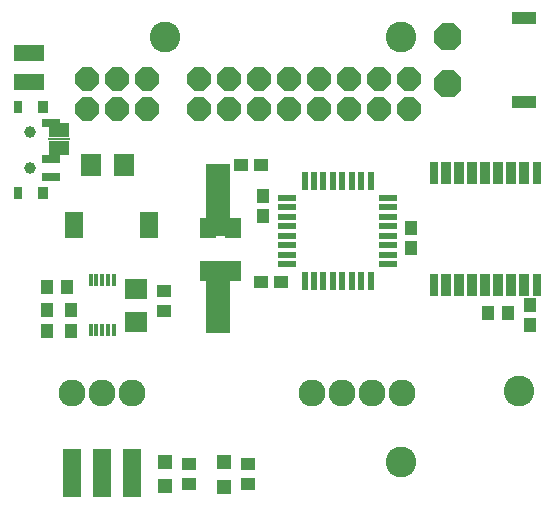
<source format=gts>
G75*
G70*
%OFA0B0*%
%FSLAX24Y24*%
%IPPOS*%
%LPD*%
%AMOC8*
5,1,8,0,0,1.08239X$1,22.5*
%
%ADD10C,0.1024*%
%ADD11R,0.0620X0.0240*%
%ADD12R,0.0240X0.0620*%
%ADD13R,0.0800X0.2402*%
%ADD14R,0.0473X0.0434*%
%ADD15R,0.0434X0.0473*%
%ADD16R,0.0640X0.1640*%
%ADD17OC8,0.0780*%
%ADD18R,0.1040X0.0540*%
%ADD19R,0.0138X0.0434*%
%ADD20R,0.0749X0.0670*%
%ADD21R,0.0670X0.0749*%
%ADD22R,0.0631X0.0906*%
%ADD23C,0.0900*%
%ADD24R,0.0631X0.0316*%
%ADD25R,0.0276X0.0434*%
%ADD26R,0.0355X0.0434*%
%ADD27C,0.0394*%
%ADD28R,0.0512X0.0512*%
%ADD29R,0.0355X0.0749*%
%ADD30R,0.0316X0.0749*%
%ADD31R,0.0827X0.0434*%
%ADD32R,0.0552X0.0670*%
%ADD33R,0.0670X0.0500*%
%ADD34R,0.0720X0.0060*%
%ADD35OC8,0.0900*%
D10*
X013602Y001963D03*
X017539Y004326D03*
X013602Y016137D03*
X005728Y016137D03*
D11*
X009809Y010779D03*
X009809Y010469D03*
X009809Y010149D03*
X009809Y009839D03*
X009809Y009519D03*
X009809Y009209D03*
X009809Y008889D03*
X009809Y008579D03*
X013149Y008579D03*
X013149Y008889D03*
X013149Y009209D03*
X013149Y009519D03*
X013149Y009839D03*
X013149Y010149D03*
X013149Y010469D03*
X013149Y010779D03*
D12*
X012579Y011349D03*
X012269Y011349D03*
X011949Y011349D03*
X011639Y011349D03*
X011319Y011349D03*
X011009Y011349D03*
X010689Y011349D03*
X010379Y011349D03*
X010379Y008009D03*
X010689Y008009D03*
X011009Y008009D03*
X011319Y008009D03*
X011639Y008009D03*
X011949Y008009D03*
X012269Y008009D03*
X012579Y008009D03*
D13*
X007511Y007482D03*
X007511Y010710D03*
D14*
X008260Y011863D03*
X008929Y011863D03*
X008920Y007970D03*
X009589Y007970D03*
X005680Y007667D03*
X005680Y006997D03*
X006523Y001907D03*
X006523Y001238D03*
X008478Y001232D03*
X008478Y001902D03*
D15*
X002586Y006356D03*
X002586Y007025D03*
X002471Y007794D03*
X001802Y007794D03*
X001779Y007025D03*
X001779Y006356D03*
X008989Y010160D03*
X008989Y010829D03*
X013912Y009784D03*
X013912Y009115D03*
X016505Y006947D03*
X017174Y006947D03*
X017895Y007210D03*
X017895Y006541D03*
D16*
X002617Y001599D03*
X003617Y001599D03*
X004617Y001599D03*
D17*
X004129Y013726D03*
X003129Y013726D03*
X003129Y014726D03*
X004129Y014726D03*
X005129Y014726D03*
X005129Y013726D03*
X006877Y013738D03*
X007877Y013738D03*
X008877Y013738D03*
X008877Y014738D03*
X007877Y014738D03*
X006877Y014738D03*
X009877Y014738D03*
X010877Y014738D03*
X011877Y014738D03*
X012877Y014738D03*
X013877Y014738D03*
X013877Y013738D03*
X012877Y013738D03*
X011877Y013738D03*
X010877Y013738D03*
X009877Y013738D03*
D18*
X001188Y014647D03*
X001188Y015616D03*
D19*
X003247Y008030D03*
X003444Y008030D03*
X003641Y008030D03*
X003838Y008030D03*
X004034Y008030D03*
X004034Y006366D03*
X003838Y006366D03*
X003641Y006366D03*
X003444Y006366D03*
X003247Y006366D03*
D20*
X004747Y006647D03*
X004747Y007749D03*
D21*
X004357Y011887D03*
X003254Y011887D03*
D22*
X002680Y009864D03*
X005200Y009864D03*
D23*
X004617Y004285D03*
X003617Y004285D03*
X002617Y004285D03*
X010617Y004285D03*
X011617Y004285D03*
X012617Y004285D03*
X013617Y004285D03*
D24*
X001916Y011490D03*
X001916Y012080D03*
X001916Y013261D03*
D25*
X000834Y013812D03*
X000834Y010938D03*
D26*
X001660Y010938D03*
X001660Y013812D03*
D27*
X001227Y012966D03*
X001227Y011785D03*
D28*
X005735Y001986D03*
X005735Y001159D03*
X007690Y001154D03*
X007690Y001980D03*
D29*
X015100Y007867D03*
X015533Y007867D03*
X015966Y007867D03*
X016399Y007867D03*
X016832Y007867D03*
X017265Y007867D03*
X017698Y007867D03*
X017698Y011607D03*
X017265Y011607D03*
X016832Y011607D03*
X016399Y011607D03*
X015966Y011607D03*
X015533Y011607D03*
X015100Y011607D03*
D30*
X014686Y011607D03*
X018112Y011607D03*
X018112Y007867D03*
X014686Y007867D03*
D31*
X017703Y013968D03*
X017703Y016763D03*
D32*
X007997Y009773D03*
X007170Y009773D03*
X007170Y008355D03*
X007997Y008355D03*
D33*
X002208Y012441D03*
X002208Y013041D03*
D34*
X002208Y012741D03*
D35*
X015177Y014562D03*
X015177Y016137D03*
M02*

</source>
